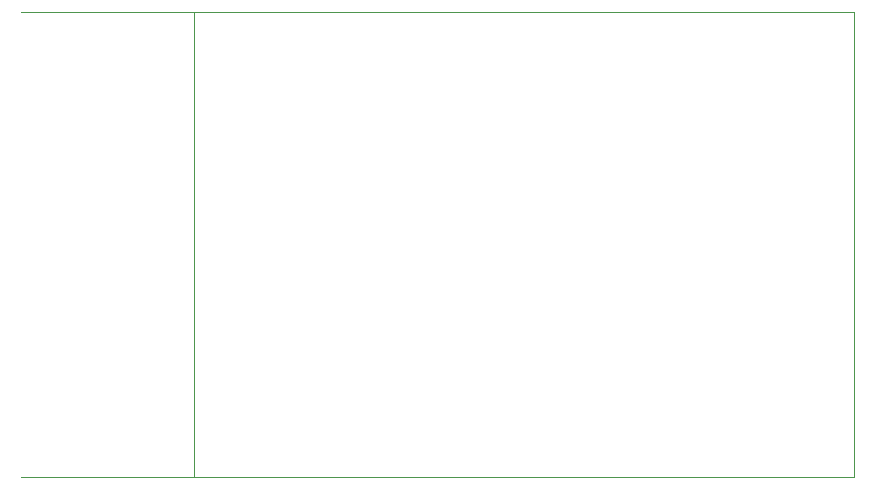
<source format=gbr>
%TF.GenerationSoftware,KiCad,Pcbnew,(5.1.10)-1*%
%TF.CreationDate,2022-01-23T19:08:07-05:00*%
%TF.ProjectId,3018Pendant,33303138-5065-46e6-9461-6e742e6b6963,rev?*%
%TF.SameCoordinates,Original*%
%TF.FileFunction,Profile,NP*%
%FSLAX46Y46*%
G04 Gerber Fmt 4.6, Leading zero omitted, Abs format (unit mm)*
G04 Created by KiCad (PCBNEW (5.1.10)-1) date 2022-01-23 19:08:07*
%MOMM*%
%LPD*%
G01*
G04 APERTURE LIST*
%TA.AperFunction,Profile*%
%ADD10C,0.100000*%
%TD*%
G04 APERTURE END LIST*
D10*
X120650000Y40640000D02*
X120650000Y1270000D01*
X50165000Y40640000D02*
X120650000Y40640000D01*
X64770000Y1270000D02*
X64770000Y40640000D01*
X120650000Y1270000D02*
X50165000Y1270000D01*
M02*

</source>
